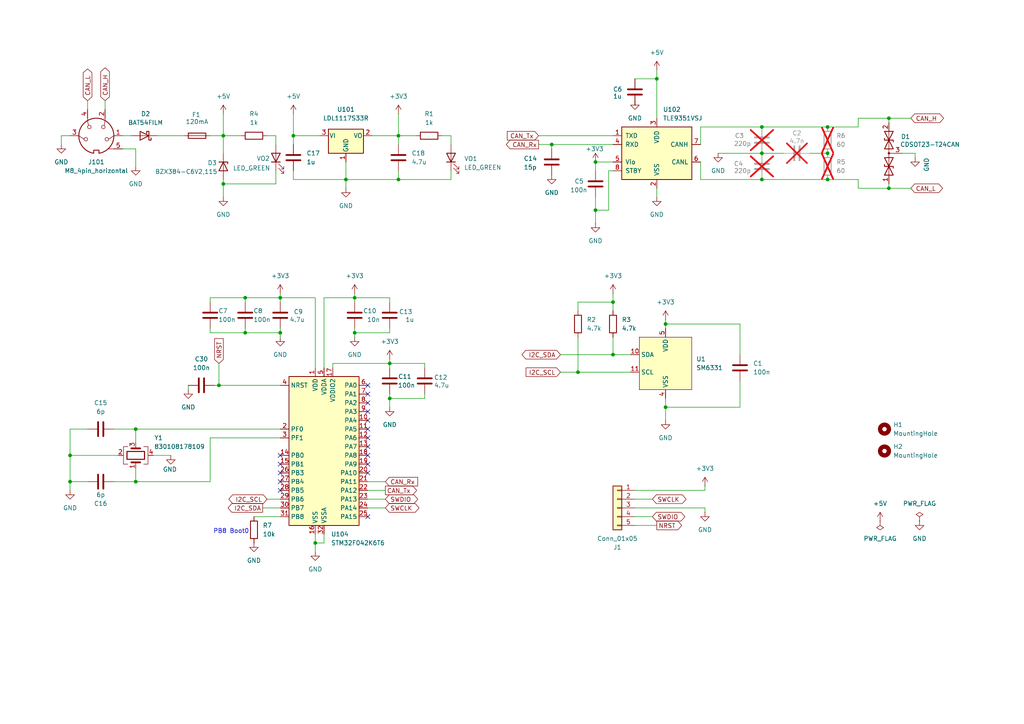
<source format=kicad_sch>
(kicad_sch (version 20231120) (generator "eeschema") (generator_version "8.0")
  (paper "A4")
  (lib_symbols
    (symbol "ASS_parts:SM6331"
      (property "Reference" "U" (at 0 1.27 0))
      (property "Value" "SM6331" (at 0 -1.27 0))
      (symbol "SM6331_0_0"
        (pin no_connect line (at 10.16 0 180) (length 2.54) hide (name "") (number "1"))
        (pin bidirectional line (at -10.16 2.54 0) (length 2.54) (name "SDA") (number "10"))
        (pin input line (at -10.16 -2.54 0) (length 2.54) (name "SCL") (number "11"))
        (pin no_connect line (at 10.16 0 180) (length 2.54) hide (name "") (number "12"))
        (pin no_connect line (at 10.16 0 180) (length 2.54) hide (name "") (number "13"))
        (pin no_connect line (at 10.16 0 180) (length 2.54) hide (name "") (number "14"))
        (pin no_connect line (at 10.16 0 180) (length 2.54) hide (name "") (number "15"))
        (pin no_connect line (at 10.16 0 180) (length 2.54) hide (name "") (number "16"))
        (pin no_connect line (at 10.16 0 180) (length 2.54) hide (name "") (number "2"))
        (pin no_connect line (at 10.16 0 180) (length 2.54) hide (name "") (number "3"))
        (pin power_in line (at 0 -10.16 90) (length 2.54) (name "VSS") (number "4"))
        (pin power_in line (at 0 10.16 270) (length 2.54) (name "VDD") (number "5"))
        (pin no_connect line (at 10.16 0 180) (length 2.54) hide (name "") (number "6"))
        (pin no_connect line (at 10.16 0 180) (length 2.54) hide (name "") (number "7"))
        (pin no_connect line (at 10.16 0 180) (length 2.54) hide (name "") (number "8"))
        (pin no_connect line (at 10.16 0 180) (length 2.54) hide (name "") (number "9"))
      )
      (symbol "SM6331_0_1"
        (rectangle (start -7.62 7.62) (end 7.62 -7.62) (fill (type background)))
      )
    )
    (symbol "Connector_Generic:Conn_01x05" (pin_names (offset 1.016) hide)
      (property "Reference" "J" (at 0 7.62 0))
      (property "Value" "Conn_01x05" (at 0 -7.62 0))
      (symbol "Conn_01x05_1_1"
        (rectangle (start -1.27 -4.953) (end 0 -5.207) (stroke (width 0.1524)))
        (rectangle (start -1.27 -2.413) (end 0 -2.667) (stroke (width 0.1524)))
        (rectangle (start -1.27 0.127) (end 0 -0.127) (stroke (width 0.1524)))
        (rectangle (start -1.27 2.667) (end 0 2.413) (stroke (width 0.1524)))
        (rectangle (start -1.27 5.207) (end 0 4.953) (stroke (width 0.1524)))
        (rectangle (start -1.27 6.35) (end 1.27 -6.35) (stroke (width 0.254)) (fill (type background)))
        (pin passive line (at -5.08 5.08 0) (length 3.81) (name "Pin_1") (number "1"))
        (pin passive line (at -5.08 2.54 0) (length 3.81) (name "Pin_2") (number "2"))
        (pin passive line (at -5.08 0 0) (length 3.81) (name "Pin_3") (number "3"))
        (pin passive line (at -5.08 -2.54 0) (length 3.81) (name "Pin_4") (number "4"))
        (pin passive line (at -5.08 -5.08 0) (length 3.81) (name "Pin_5") (number "5"))
      )
    )
    (symbol "Device:C" (pin_numbers hide) (pin_names (offset 0.254))
      (property "Reference" "C" (at 0.635 2.54 0))
      (property "Value" "C" (at 0.635 -2.54 0))
      (symbol "C_0_1"
        (polyline (pts (xy -2.032 -0.762) (xy 2.032 -0.762)) (stroke (width 0.508)))
        (polyline (pts (xy -2.032 0.762) (xy 2.032 0.762)) (stroke (width 0.508)))
      )
      (symbol "C_1_1"
        (pin passive line (at 0 3.81 270) (length 2.794) (name "~") (number "1"))
        (pin passive line (at 0 -3.81 90) (length 2.794) (name "~") (number "2"))
      )
    )
    (symbol "Device:D_Schottky" (pin_numbers hide) (pin_names (offset 1.016) hide)
      (property "Reference" "D" (at 0 2.54 0))
      (property "Value" "D_Schottky" (at 0 -2.54 0))
      (symbol "D_Schottky_0_1"
        (polyline (pts (xy 1.27 0) (xy -1.27 0)))
        (polyline (pts (xy 1.27 1.27) (xy 1.27 -1.27) (xy -1.27 0) (xy 1.27 1.27)) (stroke (width 0.254)))
        (polyline (pts (xy -1.905 0.635) (xy -1.905 1.27) (xy -1.27 1.27) (xy -1.27 -1.27) (xy -0.635 -1.27) (xy -0.635 -0.635)) (stroke (width 0.254)))
      )
      (symbol "D_Schottky_1_1"
        (pin passive line (at -3.81 0 0) (length 2.54) (name "K") (number "1"))
        (pin passive line (at 3.81 0 180) (length 2.54) (name "A") (number "2"))
      )
    )
    (symbol "Device:D_TVS_Dual_AAC" (pin_names (offset 1.016) hide)
      (property "Reference" "D" (at 0 4.445 0))
      (property "Value" "D_TVS_Dual_AAC" (at 0 2.54 0))
      (symbol "D_TVS_Dual_AAC_0_0"
        (polyline (pts (xy 0 -1.27) (xy 0 0)))
      )
      (symbol "D_TVS_Dual_AAC_0_1"
        (polyline (pts (xy -6.35 0) (xy 6.35 0)))
        (polyline (pts (xy -3.302 1.27) (xy -3.81 1.27) (xy -3.81 -1.27) (xy -4.318 -1.27)) (stroke (width 0.254)))
        (polyline (pts (xy 4.318 1.27) (xy 3.81 1.27) (xy 3.81 -1.27) (xy 3.302 -1.27)) (stroke (width 0.254)))
        (polyline (pts (xy -6.35 1.27) (xy -1.27 -1.27) (xy -1.27 1.27) (xy -6.35 -1.27) (xy -6.35 1.27)) (stroke (width 0.254)))
        (polyline (pts (xy 6.35 1.27) (xy 1.27 -1.27) (xy 1.27 1.27) (xy 6.35 -1.27) (xy 6.35 1.27)) (stroke (width 0.254)))
        (circle (center 0 0) (radius 0.254) (fill (type outline)))
      )
      (symbol "D_TVS_Dual_AAC_1_1"
        (pin passive line (at -8.89 0 0) (length 2.54) (name "A1") (number "1"))
        (pin passive line (at 8.89 0 180) (length 2.54) (name "A2") (number "2"))
        (pin passive line (at 0 -3.81 90) (length 2.54) (name "common") (number "3"))
      )
    )
    (symbol "Device:D_Zener" (pin_numbers hide) (pin_names (offset 1.016) hide)
      (property "Reference" "D" (at 0 2.54 0))
      (property "Value" "D_Zener" (at 0 -2.54 0))
      (symbol "D_Zener_0_1"
        (polyline (pts (xy 1.27 0) (xy -1.27 0)))
        (polyline (pts (xy -1.27 -1.27) (xy -1.27 1.27) (xy -0.762 1.27)) (stroke (width 0.254)))
        (polyline (pts (xy 1.27 -1.27) (xy 1.27 1.27) (xy -1.27 0) (xy 1.27 -1.27)) (stroke (width 0.254)))
      )
      (symbol "D_Zener_1_1"
        (pin passive line (at -3.81 0 0) (length 2.54) (name "K") (number "1"))
        (pin passive line (at 3.81 0 180) (length 2.54) (name "A") (number "2"))
      )
    )
    (symbol "Device:Fuse" (pin_numbers hide) (pin_names (offset 0))
      (property "Reference" "F" (at 2.032 0 90))
      (property "Value" "Fuse" (at -1.905 0 90))
      (symbol "Fuse_0_1"
        (rectangle (start -0.762 -2.54) (end 0.762 2.54) (stroke (width 0.254)))
        (polyline (pts (xy 0 2.54) (xy 0 -2.54)))
      )
      (symbol "Fuse_1_1"
        (pin passive line (at 0 3.81 270) (length 1.27) (name "~") (number "1"))
        (pin passive line (at 0 -3.81 90) (length 1.27) (name "~") (number "2"))
      )
    )
    (symbol "Device:LED" (pin_numbers hide) (pin_names (offset 1.016) hide)
      (property "Reference" "D" (at 0 2.54 0))
      (property "Value" "LED" (at 0 -2.54 0))
      (symbol "LED_0_1"
        (polyline (pts (xy -1.27 -1.27) (xy -1.27 1.27)) (stroke (width 0.254)))
        (polyline (pts (xy -1.27 0) (xy 1.27 0)))
        (polyline (pts (xy 1.27 -1.27) (xy 1.27 1.27) (xy -1.27 0) (xy 1.27 -1.27)) (stroke (width 0.254)))
        (polyline (pts (xy -3.048 -0.762) (xy -4.572 -2.286) (xy -3.81 -2.286) (xy -4.572 -2.286) (xy -4.572 -1.524)))
        (polyline (pts (xy -1.778 -0.762) (xy -3.302 -2.286) (xy -2.54 -2.286) (xy -3.302 -2.286) (xy -3.302 -1.524)))
      )
      (symbol "LED_1_1"
        (pin passive line (at -3.81 0 0) (length 2.54) (name "K") (number "1"))
        (pin passive line (at 3.81 0 180) (length 2.54) (name "A") (number "2"))
      )
    )
    (symbol "Device:R" (pin_numbers hide) (pin_names (offset 0))
      (property "Reference" "R" (at 2.032 0 90))
      (property "Value" "R" (at 0 0 90))
      (symbol "R_0_1"
        (rectangle (start -1.016 -2.54) (end 1.016 2.54) (stroke (width 0.254)))
      )
      (symbol "R_1_1"
        (pin passive line (at 0 3.81 270) (length 1.27) (name "~") (number "1"))
        (pin passive line (at 0 -3.81 90) (length 1.27) (name "~") (number "2"))
      )
    )
    (symbol "FaSTTUBe_Crystals:830108178109" (pin_names (offset 1.016) hide)
      (property "Reference" "Y" (at 3.175 5.08 0))
      (property "Value" "830108178109" (at 3.175 3.175 0))
      (symbol "830108178109_0_1"
        (rectangle (start -1.143 2.54) (end 1.143 -2.54) (stroke (width 0.3048)))
        (polyline (pts (xy -2.54 0) (xy -2.032 0)))
        (polyline (pts (xy -2.032 -1.27) (xy -2.032 1.27)) (stroke (width 0.508)))
        (polyline (pts (xy 0 -3.81) (xy 0 -3.556)))
        (polyline (pts (xy 0 3.556) (xy 0 3.81)))
        (polyline (pts (xy 2.032 -1.27) (xy 2.032 1.27)) (stroke (width 0.508)))
        (polyline (pts (xy 2.032 0) (xy 2.54 0)))
        (polyline (pts (xy -2.54 -2.286) (xy -2.54 -3.556) (xy 2.54 -3.556) (xy 2.54 -2.286)))
        (polyline (pts (xy -2.54 2.286) (xy -2.54 3.556) (xy 2.54 3.556) (xy 2.54 2.286)))
      )
      (symbol "830108178109_1_1"
        (pin passive line (at -3.81 0 0) (length 1.27) (name "1") (number "1"))
        (pin passive line (at 0 5.08 270) (length 1.27) (name "2") (number "2"))
        (pin passive line (at 3.81 0 180) (length 1.27) (name "3") (number "3"))
        (pin passive line (at 0 -5.08 90) (length 1.27) (name "4") (number "4"))
      )
    )
    (symbol "FaSTTUBe_Transceivers:TLE9351VSJ" (pin_names (offset 1.016))
      (property "Reference" "U" (at -10.16 8.89 0))
      (property "Value" "TLE9351VSJ" (at 2.54 8.89 0))
      (symbol "TLE9351VSJ_0_1"
        (rectangle (start -10.16 7.62) (end 10.16 -7.62) (stroke (width 0.254)) (fill (type background)))
      )
      (symbol "TLE9351VSJ_1_1"
        (pin input line (at -12.7 5.08 0) (length 2.54) (name "TXD") (number "1"))
        (pin power_in line (at 0 -10.16 90) (length 2.54) (name "VSS") (number "2"))
        (pin power_in line (at 0 10.16 270) (length 2.54) (name "VDD") (number "3"))
        (pin output line (at -12.7 2.54 0) (length 2.54) (name "RXD") (number "4"))
        (pin power_in line (at -12.7 -2.54 0) (length 2.54) (name "Vio") (number "5"))
        (pin bidirectional line (at 12.7 -2.54 180) (length 2.54) (name "CANL") (number "6"))
        (pin bidirectional line (at 12.7 2.54 180) (length 2.54) (name "CANH") (number "7"))
        (pin input line (at -12.7 -5.08 0) (length 2.54) (name "STBY") (number "8"))
      )
    )
    (symbol "FaSTTUBe_connectors:M8_4pin_horizontal" (pin_names (offset 1.016))
      (property "Reference" "J" (at 5.334 5.08 0))
      (property "Value" "M8_4pin_horizontal" (at 0 -6.35 0))
      (symbol "M8_4pin_horizontal_0_1"
        (arc (start -5.08 0) (mid -3.8597 -3.3379) (end -0.762 -5.08) (stroke (width 0.254)))
        (circle (center -3.048 -1.016) (radius 0.508))
        (circle (center -2.032 2.54) (radius 0.508))
        (polyline (pts (xy -3.556 -1.016) (xy -5.08 0)))
        (polyline (pts (xy 3.81 -3.81) (xy 3.556 -3.81)))
        (polyline (pts (xy 5.08 -3.81) (xy 3.81 -3.81)))
        (polyline (pts (xy 5.08 0) (xy 3.556 -1.016)))
        (polyline (pts (xy -2.54 5.08) (xy -2.54 4.318) (xy -2.286 3.048)))
        (polyline (pts (xy 2.54 5.08) (xy 2.54 4.318) (xy 2.286 3.048)))
        (polyline (pts (xy -0.762 -4.953) (xy -0.762 -4.191) (xy 0.762 -4.191) (xy 0.762 -4.953)) (stroke (width 0.254)))
        (arc (start 0.762 -5.08) (mid 3.8673 -3.3444) (end 5.08 0) (stroke (width 0.254)))
        (circle (center 2.032 2.54) (radius 0.508))
        (circle (center 3.048 -1.016) (radius 0.508))
        (arc (start 5.08 0) (mid 0 5.0579) (end -5.08 0) (stroke (width 0.254)))
      )
      (symbol "M8_4pin_horizontal_1_1"
        (pin passive line (at 7.62 0 180) (length 2.54) (name "~") (number "1"))
        (pin passive line (at 2.54 7.62 270) (length 2.54) (name "~") (number "2"))
        (pin passive line (at -7.62 0 0) (length 2.54) (name "~") (number "3"))
        (pin passive line (at -2.54 7.62 270) (length 2.54) (name "~") (number "4"))
        (pin passive line (at 7.62 -3.81 180) (length 2.54) (name "~") (number "5"))
      )
    )
    (symbol "GND_1" (power) (pin_numbers hide) (pin_names (offset 0) hide)
      (property "Value" "GND" (at 0 -3.81 0))
      (symbol "GND_1_0_1"
        (polyline (pts (xy 0 0) (xy 0 -1.27) (xy 1.27 -1.27) (xy 0 -2.54) (xy -1.27 -1.27) (xy 0 -1.27)))
      )
      (symbol "GND_1_1_1"
        (pin power_in line (at 0 0 270) (length 0) (name "~") (number "1"))
      )
    )
    (symbol "MCU_ST_STM32F0:STM32F042K6Tx"
      (property "Reference" "U" (at -10.16 21.59 0))
      (property "Value" "STM32F042K6Tx" (at 5.08 21.59 0))
      (symbol "STM32F042K6Tx_0_1"
        (rectangle (start -10.16 -22.86) (end 10.16 20.32) (stroke (width 0.254)) (fill (type background)))
      )
      (symbol "STM32F042K6Tx_1_1"
        (pin power_in line (at -2.54 22.86 270) (length 2.54) (name "VDD") (number "1"))
        (pin bidirectional line (at 12.7 7.62 180) (length 2.54) (name "PA4") (number "10"))
        (pin bidirectional line (at 12.7 5.08 180) (length 2.54) (name "PA5") (number "11"))
        (pin bidirectional line (at 12.7 2.54 180) (length 2.54) (name "PA6") (number "12"))
        (pin bidirectional line (at 12.7 0 180) (length 2.54) (name "PA7") (number "13"))
        (pin bidirectional line (at -12.7 -2.54 0) (length 2.54) (name "PB0") (number "14"))
        (pin bidirectional line (at -12.7 -5.08 0) (length 2.54) (name "PB1") (number "15"))
        (pin power_in line (at -2.54 -25.4 90) (length 2.54) (name "VSS") (number "16"))
        (pin power_in line (at 2.54 22.86 270) (length 2.54) (name "VDDIO2") (number "17"))
        (pin bidirectional line (at 12.7 -2.54 180) (length 2.54) (name "PA8") (number "18"))
        (pin bidirectional line (at 12.7 -5.08 180) (length 2.54) (name "PA9") (number "19"))
        (pin input line (at -12.7 5.08 0) (length 2.54) (name "PF0") (number "2"))
        (pin bidirectional line (at 12.7 -7.62 180) (length 2.54) (name "PA10") (number "20"))
        (pin bidirectional line (at 12.7 -10.16 180) (length 2.54) (name "PA11") (number "21"))
        (pin bidirectional line (at 12.7 -12.7 180) (length 2.54) (name "PA12") (number "22"))
        (pin bidirectional line (at 12.7 -15.24 180) (length 2.54) (name "PA13") (number "23"))
        (pin bidirectional line (at 12.7 -17.78 180) (length 2.54) (name "PA14") (number "24"))
        (pin bidirectional line (at 12.7 -20.32 180) (length 2.54) (name "PA15") (number "25"))
        (pin bidirectional line (at -12.7 -7.62 0) (length 2.54) (name "PB3") (number "26"))
        (pin bidirectional line (at -12.7 -10.16 0) (length 2.54) (name "PB4") (number "27"))
        (pin bidirectional line (at -12.7 -12.7 0) (length 2.54) (name "PB5") (number "28"))
        (pin bidirectional line (at -12.7 -15.24 0) (length 2.54) (name "PB6") (number "29"))
        (pin input line (at -12.7 2.54 0) (length 2.54) (name "PF1") (number "3"))
        (pin bidirectional line (at -12.7 -17.78 0) (length 2.54) (name "PB7") (number "30"))
        (pin bidirectional line (at -12.7 -20.32 0) (length 2.54) (name "PB8") (number "31"))
        (pin power_in line (at 0 -25.4 90) (length 2.54) (name "VSSA") (number "32"))
        (pin input line (at -12.7 17.78 0) (length 2.54) (name "NRST") (number "4"))
        (pin power_in line (at 0 22.86 270) (length 2.54) (name "VDDA") (number "5"))
        (pin bidirectional line (at 12.7 17.78 180) (length 2.54) (name "PA0") (number "6"))
        (pin bidirectional line (at 12.7 15.24 180) (length 2.54) (name "PA1") (number "7"))
        (pin bidirectional line (at 12.7 12.7 180) (length 2.54) (name "PA2") (number "8"))
        (pin bidirectional line (at 12.7 10.16 180) (length 2.54) (name "PA3") (number "9"))
      )
    )
    (symbol "Mechanical:MountingHole" (pin_names (offset 1.016)) (exclude_from_sim yes) (in_bom no)
      (property "Reference" "H" (at 0 5.08 0))
      (property "Value" "MountingHole" (at 0 3.175 0))
      (symbol "MountingHole_0_1"
        (circle (center 0 0) (radius 1.27) (stroke (width 1.27)))
      )
    )
    (symbol "Regulator_Linear:AP1117-33" (pin_names (offset 0.254))
      (property "Reference" "U" (at -3.81 3.175 0))
      (property "Value" "AP1117-33" (at 0 3.175 0))
      (symbol "AP1117-33_0_1"
        (rectangle (start -5.08 -5.08) (end 5.08 1.905) (stroke (width 0.254)) (fill (type background)))
      )
      (symbol "AP1117-33_1_1"
        (pin power_in line (at 0 -7.62 90) (length 2.54) (name "GND") (number "1"))
        (pin power_out line (at 7.62 0 180) (length 2.54) (name "VO") (number "2"))
        (pin power_in line (at -7.62 0 0) (length 2.54) (name "VI") (number "3"))
      )
    )
    (symbol "power:+3V3" (power) (pin_numbers hide) (pin_names (offset 0) hide)
      (property "Value" "+3V3" (at 0 3.556 0))
      (symbol "+3V3_0_1"
        (polyline (pts (xy -0.762 1.27) (xy 0 2.54)))
        (polyline (pts (xy 0 0) (xy 0 2.54)))
        (polyline (pts (xy 0 2.54) (xy 0.762 1.27)))
      )
      (symbol "+3V3_1_1"
        (pin power_in line (at 0 0 90) (length 0) (name "~") (number "1"))
      )
    )
    (symbol "power:+5V" (power) (pin_numbers hide) (pin_names (offset 0) hide)
      (property "Value" "+5V" (at 0 3.556 0))
      (symbol "+5V_0_1"
        (polyline (pts (xy -0.762 1.27) (xy 0 2.54)))
        (polyline (pts (xy 0 0) (xy 0 2.54)))
        (polyline (pts (xy 0 2.54) (xy 0.762 1.27)))
      )
      (symbol "+5V_1_1"
        (pin power_in line (at 0 0 90) (length 0) (name "~") (number "1"))
      )
    )
    (symbol "power:GND" (power) (pin_names (offset 0))
      (property "Value" "GND" (at 0 -3.81 0))
      (symbol "GND_0_1"
        (polyline (pts (xy 0 0) (xy 0 -1.27) (xy 1.27 -1.27) (xy 0 -2.54) (xy -1.27 -1.27) (xy 0 -1.27)))
      )
      (symbol "GND_1_1"
        (pin power_in line (at 0 0 270) (length 0) hide (name "GND") (number "1"))
      )
    )
    (symbol "power:PWR_FLAG" (power) (pin_numbers hide) (pin_names (offset 0) hide)
      (property "Value" "PWR_FLAG" (at 0 3.81 0))
      (symbol "PWR_FLAG_0_0"
        (pin power_out line (at 0 0 90) (length 0) (name "~") (number "1"))
      )
      (symbol "PWR_FLAG_0_1"
        (polyline (pts (xy 0 0) (xy 0 1.27) (xy -1.016 1.905) (xy 0 2.54) (xy 1.016 1.905) (xy 0 1.27)))
      )
    )
  )
  (junction (at 115.57 52.07))
  (junction (at 240.03 44.45))
  (junction (at 220.98 36.83))
  (junction (at 257.81 54.61))
  (junction (at 167.64 107.95))
  (junction (at 113.03 115.57))
  (junction (at 102.87 86.36))
  (junction (at 20.32 139.7))
  (junction (at 71.12 86.36))
  (junction (at 172.72 46.99))
  (junction (at 257.81 34.29))
  (junction (at 177.8 87.63))
  (junction (at 81.28 86.36))
  (junction (at 71.12 96.52))
  (junction (at 63.5 111.76))
  (junction (at 102.87 96.52))
  (junction (at 172.72 60.96))
  (junction (at 85.09 39.37))
  (junction (at 160.02 41.91))
  (junction (at 115.57 39.37))
  (junction (at 113.03 105.41))
  (junction (at 193.04 118.11))
  (junction (at 20.32 132.08))
  (junction (at 64.77 39.37))
  (junction (at 39.37 139.7))
  (junction (at 81.28 96.52))
  (junction (at 240.03 52.07))
  (junction (at 100.33 52.07))
  (junction (at 193.04 93.98))
  (junction (at 177.8 102.87))
  (junction (at 190.5 22.86))
  (junction (at 220.98 52.07))
  (junction (at 220.98 44.45))
  (junction (at 91.44 157.48))
  (junction (at 39.37 124.46))
  (junction (at 64.77 53.34))
  (junction (at 240.03 36.83))
  (no_connect (at 106.68 132.08))
  (no_connect (at 106.68 149.86))
  (no_connect (at 106.68 134.62))
  (no_connect (at 106.68 137.16))
  (no_connect (at 106.68 111.76))
  (no_connect (at 106.68 114.3))
  (no_connect (at 106.68 116.84))
  (no_connect (at 106.68 119.38))
  (no_connect (at 106.68 121.92))
  (no_connect (at 106.68 124.46))
  (no_connect (at 106.68 127))
  (no_connect (at 106.68 129.54))
  (no_connect (at 81.28 132.08))
  (no_connect (at 81.28 134.62))
  (no_connect (at 81.28 137.16))
  (no_connect (at 81.28 139.7))
  (no_connect (at 81.28 142.24))
  (wire (pts (xy 107.95 39.37) (xy 115.57 39.37)))
  (wire (pts (xy 167.64 90.17) (xy 167.64 87.63)))
  (wire (pts (xy 102.87 86.36) (xy 113.03 86.36)))
  (wire (pts (xy 33.02 124.46) (xy 39.37 124.46)))
  (wire (pts (xy 100.33 52.07) (xy 115.57 52.07)))
  (wire (pts (xy 96.52 105.41) (xy 96.52 106.68)))
  (wire (pts (xy 64.77 39.37) (xy 64.77 44.45)))
  (wire (pts (xy 184.15 22.86) (xy 190.5 22.86)))
  (wire (pts (xy 106.68 144.78) (xy 111.76 144.78)))
  (wire (pts (xy 203.2 36.83) (xy 203.2 41.91)))
  (wire (pts (xy 60.96 86.36) (xy 71.12 86.36)))
  (wire (pts (xy 102.87 85.09) (xy 102.87 86.36)))
  (wire (pts (xy 64.77 53.34) (xy 64.77 52.07)))
  (wire (pts (xy 39.37 124.46) (xy 39.37 128.27)))
  (wire (pts (xy 172.72 46.99) (xy 177.8 46.99)))
  (wire (pts (xy 162.56 107.95) (xy 167.64 107.95)))
  (wire (pts (xy 257.81 53.34) (xy 257.81 54.61)))
  (wire (pts (xy 25.4 29.21) (xy 25.4 31.75)))
  (wire (pts (xy 208.28 44.45) (xy 220.98 44.45)))
  (wire (pts (xy 33.02 139.7) (xy 39.37 139.7)))
  (wire (pts (xy 76.2 147.32) (xy 81.28 147.32)))
  (wire (pts (xy 106.68 142.24) (xy 111.76 142.24)))
  (wire (pts (xy 20.32 132.08) (xy 34.29 132.08)))
  (wire (pts (xy 91.44 157.48) (xy 91.44 160.02)))
  (wire (pts (xy 257.81 34.29) (xy 264.16 34.29)))
  (wire (pts (xy 265.43 45.72) (xy 265.43 44.45)))
  (wire (pts (xy 167.64 87.63) (xy 177.8 87.63)))
  (wire (pts (xy 123.19 105.41) (xy 123.19 106.68)))
  (wire (pts (xy 265.43 44.45) (xy 261.62 44.45)))
  (wire (pts (xy 81.28 86.36) (xy 91.44 86.36)))
  (wire (pts (xy 204.47 147.32) (xy 204.47 148.59)))
  (wire (pts (xy 71.12 86.36) (xy 71.12 87.63)))
  (wire (pts (xy 102.87 97.79) (xy 102.87 96.52)))
  (wire (pts (xy 81.28 86.36) (xy 81.28 87.63)))
  (wire (pts (xy 102.87 86.36) (xy 102.87 87.63)))
  (wire (pts (xy 240.03 36.83) (xy 248.92 36.83)))
  (wire (pts (xy 91.44 86.36) (xy 91.44 106.68)))
  (wire (pts (xy 128.27 39.37) (xy 130.81 39.37)))
  (wire (pts (xy 85.09 52.07) (xy 100.33 52.07)))
  (wire (pts (xy 184.15 149.86) (xy 189.23 149.86)))
  (wire (pts (xy 39.37 124.46) (xy 81.28 124.46)))
  (wire (pts (xy 60.96 127) (xy 60.96 139.7)))
  (wire (pts (xy 172.72 49.53) (xy 172.72 46.99)))
  (wire (pts (xy 85.09 49.53) (xy 85.09 52.07)))
  (wire (pts (xy 248.92 34.29) (xy 257.81 34.29)))
  (wire (pts (xy 113.03 96.52) (xy 113.03 95.25)))
  (wire (pts (xy 25.4 124.46) (xy 20.32 124.46)))
  (wire (pts (xy 234.95 44.45) (xy 240.03 44.45)))
  (wire (pts (xy 203.2 36.83) (xy 220.98 36.83)))
  (wire (pts (xy 85.09 39.37) (xy 85.09 41.91)))
  (wire (pts (xy 115.57 52.07) (xy 130.81 52.07)))
  (wire (pts (xy 184.15 147.32) (xy 204.47 147.32)))
  (wire (pts (xy 123.19 115.57) (xy 123.19 114.3)))
  (wire (pts (xy 220.98 52.07) (xy 240.03 52.07)))
  (wire (pts (xy 177.8 87.63) (xy 177.8 90.17)))
  (wire (pts (xy 20.32 132.08) (xy 20.32 139.7)))
  (wire (pts (xy 77.47 144.78) (xy 81.28 144.78)))
  (wire (pts (xy 113.03 105.41) (xy 113.03 106.68)))
  (wire (pts (xy 184.15 142.24) (xy 204.47 142.24)))
  (wire (pts (xy 106.68 147.32) (xy 111.76 147.32)))
  (wire (pts (xy 115.57 39.37) (xy 120.65 39.37)))
  (wire (pts (xy 184.15 152.4) (xy 190.5 152.4)))
  (wire (pts (xy 91.44 154.94) (xy 91.44 157.48)))
  (wire (pts (xy 193.04 92.71) (xy 193.04 93.98)))
  (wire (pts (xy 130.81 52.07) (xy 130.81 49.53)))
  (wire (pts (xy 64.77 57.15) (xy 64.77 53.34)))
  (wire (pts (xy 115.57 52.07) (xy 115.57 49.53)))
  (wire (pts (xy 64.77 53.34) (xy 80.01 53.34)))
  (wire (pts (xy 176.53 49.53) (xy 176.53 60.96)))
  (wire (pts (xy 73.66 149.86) (xy 81.28 149.86)))
  (wire (pts (xy 172.72 60.96) (xy 176.53 60.96)))
  (wire (pts (xy 248.92 54.61) (xy 248.92 52.07)))
  (wire (pts (xy 60.96 96.52) (xy 71.12 96.52)))
  (wire (pts (xy 39.37 139.7) (xy 60.96 139.7)))
  (wire (pts (xy 257.81 34.29) (xy 257.81 35.56)))
  (wire (pts (xy 184.15 29.21) (xy 184.15 30.48)))
  (wire (pts (xy 177.8 97.79) (xy 177.8 102.87)))
  (wire (pts (xy 113.03 115.57) (xy 113.03 114.3)))
  (wire (pts (xy 160.02 43.18) (xy 160.02 41.91)))
  (wire (pts (xy 156.21 41.91) (xy 160.02 41.91)))
  (wire (pts (xy 91.44 157.48) (xy 93.98 157.48)))
  (wire (pts (xy 214.63 93.98) (xy 193.04 93.98)))
  (wire (pts (xy 240.03 52.07) (xy 248.92 52.07)))
  (wire (pts (xy 203.2 46.99) (xy 203.2 52.07)))
  (wire (pts (xy 190.5 54.61) (xy 190.5 57.15)))
  (wire (pts (xy 214.63 93.98) (xy 214.63 102.87)))
  (wire (pts (xy 60.96 86.36) (xy 60.96 87.63)))
  (wire (pts (xy 190.5 20.32) (xy 190.5 22.86)))
  (wire (pts (xy 30.48 29.21) (xy 30.48 31.75)))
  (wire (pts (xy 85.09 39.37) (xy 92.71 39.37)))
  (wire (pts (xy 193.04 118.11) (xy 214.63 118.11)))
  (wire (pts (xy 60.96 96.52) (xy 60.96 95.25)))
  (wire (pts (xy 20.32 139.7) (xy 20.32 142.24)))
  (wire (pts (xy 113.03 118.11) (xy 113.03 115.57)))
  (wire (pts (xy 162.56 102.87) (xy 177.8 102.87)))
  (wire (pts (xy 20.32 124.46) (xy 20.32 132.08)))
  (wire (pts (xy 60.96 39.37) (xy 64.77 39.37)))
  (wire (pts (xy 130.81 39.37) (xy 130.81 41.91)))
  (wire (pts (xy 115.57 41.91) (xy 115.57 39.37)))
  (wire (pts (xy 71.12 86.36) (xy 81.28 86.36)))
  (wire (pts (xy 106.68 139.7) (xy 111.76 139.7)))
  (wire (pts (xy 172.72 57.15) (xy 172.72 60.96)))
  (wire (pts (xy 184.15 144.78) (xy 189.23 144.78)))
  (wire (pts (xy 113.03 86.36) (xy 113.03 87.63)))
  (wire (pts (xy 190.5 22.86) (xy 190.5 34.29)))
  (wire (pts (xy 71.12 96.52) (xy 81.28 96.52)))
  (wire (pts (xy 214.63 118.11) (xy 214.63 110.49)))
  (wire (pts (xy 257.81 54.61) (xy 264.16 54.61)))
  (wire (pts (xy 81.28 85.09) (xy 81.28 86.36)))
  (wire (pts (xy 156.21 39.37) (xy 177.8 39.37)))
  (wire (pts (xy 39.37 135.89) (xy 39.37 139.7)))
  (wire (pts (xy 177.8 102.87) (xy 182.88 102.87)))
  (wire (pts (xy 177.8 85.09) (xy 177.8 87.63)))
  (wire (pts (xy 17.78 39.37) (xy 20.32 39.37)))
  (wire (pts (xy 220.98 44.45) (xy 227.33 44.45)))
  (wire (pts (xy 54.61 111.76) (xy 54.61 113.03)))
  (wire (pts (xy 35.56 39.37) (xy 38.1 39.37)))
  (wire (pts (xy 203.2 52.07) (xy 220.98 52.07)))
  (wire (pts (xy 176.53 49.53) (xy 177.8 49.53)))
  (wire (pts (xy 60.96 127) (xy 81.28 127)))
  (wire (pts (xy 167.64 107.95) (xy 167.64 97.79)))
  (wire (pts (xy 96.52 105.41) (xy 113.03 105.41)))
  (wire (pts (xy 63.5 105.41) (xy 63.5 111.76)))
  (wire (pts (xy 193.04 115.57) (xy 193.04 118.11)))
  (wire (pts (xy 63.5 111.76) (xy 81.28 111.76)))
  (wire (pts (xy 80.01 39.37) (xy 80.01 41.91)))
  (wire (pts (xy 64.77 39.37) (xy 69.85 39.37)))
  (wire (pts (xy 248.92 34.29) (xy 248.92 36.83)))
  (wire (pts (xy 115.57 33.02) (xy 115.57 39.37)))
  (wire (pts (xy 71.12 96.52) (xy 71.12 95.25)))
  (wire (pts (xy 77.47 39.37) (xy 80.01 39.37)))
  (wire (pts (xy 17.78 41.91) (xy 17.78 39.37)))
  (wire (pts (xy 113.03 105.41) (xy 123.19 105.41)))
  (wire (pts (xy 39.37 48.26) (xy 39.37 43.18)))
  (wire (pts (xy 85.09 33.02) (xy 85.09 39.37)))
  (wire (pts (xy 93.98 157.48) (xy 93.98 154.94)))
  (wire (pts (xy 45.72 39.37) (xy 53.34 39.37)))
  (wire (pts (xy 102.87 96.52) (xy 113.03 96.52)))
  (wire (pts (xy 81.28 97.79) (xy 81.28 96.52)))
  (wire (pts (xy 113.03 104.14) (xy 113.03 105.41)))
  (wire (pts (xy 93.98 86.36) (xy 102.87 86.36)))
  (wire (pts (xy 193.04 93.98) (xy 193.04 95.25)))
  (wire (pts (xy 102.87 96.52) (xy 102.87 95.25)))
  (wire (pts (xy 44.45 132.08) (xy 49.53 132.08)))
  (wire (pts (xy 113.03 115.57) (xy 123.19 115.57)))
  (wire (pts (xy 204.47 142.24) (xy 204.47 140.97)))
  (wire (pts (xy 248.92 54.61) (xy 257.81 54.61)))
  (wire (pts (xy 182.88 107.95) (xy 167.64 107.95)))
  (wire (pts (xy 100.33 46.99) (xy 100.33 52.07)))
  (wire (pts (xy 64.77 33.02) (xy 64.77 39.37)))
  (wire (pts (xy 39.37 43.18) (xy 35.56 43.18)))
  (wire (pts (xy 100.33 52.07) (xy 100.33 54.61)))
  (wire (pts (xy 81.28 96.52) (xy 81.28 95.25)))
  (wire (pts (xy 193.04 118.11) (xy 193.04 121.92)))
  (wire (pts (xy 220.98 36.83) (xy 240.03 36.83)))
  (wire (pts (xy 93.98 86.36) (xy 93.98 106.68)))
  (wire (pts (xy 172.72 60.96) (xy 172.72 64.77)))
  (wire (pts (xy 20.32 139.7) (xy 25.4 139.7)))
  (wire (pts (xy 160.02 41.91) (xy 177.8 41.91)))
  (wire (pts (xy 62.23 111.76) (xy 63.5 111.76)))
  (wire (pts (xy 80.01 53.34) (xy 80.01 49.53)))
  (text "PB8 Boot0" (at 67.056 154.178 0) (effects (font (size 1.27 1.27))))
  (global_label "CAN_Rx" (shape output) (at 156.21 41.91 180) (property "Intersheetrefs" "${INTERSHEET_REFS}" (effects (hide yes))))
  (global_label "SWCLK" (shape bidirectional) (at 189.23 144.78 0) (property "Intersheetrefs" "${INTERSHEET_REFS}" (effects (hide yes))))
  (global_label "NRST" (shape input) (at 63.5 105.41 90) (property "Intersheetrefs" "${INTERSHEET_REFS}" (effects (hide yes))))
  (global_label "SWDIO" (shape bidirectional) (at 111.76 144.78 0) (property "Intersheetrefs" "${INTERSHEET_REFS}" (effects (hide yes))))
  (global_label "CAN_L" (shape bidirectional) (at 264.16 54.61 0) (property "Intersheetrefs" "${INTERSHEET_REFS}" (effects (hide yes))))
  (global_label "NRST" (shape output) (at 190.5 152.4 0) (property "Intersheetrefs" "${INTERSHEET_REFS}" (effects (hide yes))))
  (global_label "CAN_Tx" (shape input) (at 156.21 39.37 180) (property "Intersheetrefs" "${INTERSHEET_REFS}" (effects (hide yes))))
  (global_label "SWCLK" (shape bidirectional) (at 111.76 147.32 0) (property "Intersheetrefs" "${INTERSHEET_REFS}" (effects (hide yes))))
  (global_label "SWDIO" (shape bidirectional) (at 189.23 149.86 0) (property "Intersheetrefs" "${INTERSHEET_REFS}" (effects (hide yes))))
  (global_label "CAN_H" (shape bidirectional) (at 30.48 29.21 90) (property "Intersheetrefs" "${INTERSHEET_REFS}" (effects (hide yes))))
  (global_label "I2C_SCL" (shape bidirectional) (at 77.47 144.78 180) (property "Intersheetrefs" "${INTERSHEET_REFS}" (effects (hide yes))))
  (global_label "CAN_Tx" (shape output) (at 111.76 142.24 0) (property "Intersheetrefs" "${INTERSHEET_REFS}" (effects (hide yes))))
  (global_label "CAN_L" (shape bidirectional) (at 25.4 29.21 90) (property "Intersheetrefs" "${INTERSHEET_REFS}" (effects (hide yes))))
  (global_label "I2C_SDA" (shape output) (at 76.2 147.32 180) (property "Intersheetrefs" "${INTERSHEET_REFS}" (effects (hide yes))))
  (global_label "CAN_H" (shape bidirectional) (at 264.16 34.29 0) (property "Intersheetrefs" "${INTERSHEET_REFS}" (effects (hide yes))))
  (global_label "CAN_Rx" (shape input) (at 111.76 139.7 0) (property "Intersheetrefs" "${INTERSHEET_REFS}" (effects (hide yes))))
  (global_label "I2C_SDA" (shape bidirectional) (at 162.56 102.87 180) (property "Intersheetrefs" "${INTERSHEET_REFS}" (effects (hide yes))))
  (global_label "I2C_SCL" (shape input) (at 162.56 107.95 180) (property "Intersheetrefs" "${INTERSHEET_REFS}" (effects (hide yes))))
  (symbol (lib_id "Device:C") (at 220.98 48.26 180) (unit 1) (dnp yes)
    (property "Reference" "C4" (at 212.852 47.498 0) (effects (justify right)))
    (property "Value" "220p" (at 212.852 49.53 0) (effects (justify right)))
    (property "Footprint" "Capacitor_SMD:C_0603_1608Metric" (effects (hide yes)))
  )
  (symbol (lib_id "Device:C") (at 85.09 45.72 0) (unit 1)
    (property "Reference" "C17" (at 88.9 44.4499 0) (effects (justify left)))
    (property "Value" "1u" (at 88.9 46.9899 0) (effects (justify left)))
    (property "Footprint" "Capacitor_SMD:C_0603_1608Metric" (effects (hide yes)))
  )
  (symbol (lib_id "Mechanical:MountingHole") (at 256.54 124.46 0) (unit 1) (exclude_from_sim yes) (in_bom no)
    (property "Reference" "H1" (at 259.08 123.1899 0) (effects (justify left)))
    (property "Value" "MountingHole" (at 259.08 125.7299 0) (effects (justify left)))
    (property "Footprint" "MountingHole:MountingHole_3.2mm_M3" (effects (hide yes)))
    (property "Description" "Mounting Hole without connection" (effects (hide yes)))
  )
  (symbol (lib_name "GND_1") (lib_id "power:GND") (at 102.87 97.79 0) (unit 1)
    (property "Reference" "#PWR04" (effects (hide yes)))
    (property "Value" "GND" (at 102.87 102.87 0))
    (property "Description" "Power symbol creates a global label with name \"GND\" , ground" (effects (hide yes)))
  )
  (symbol (lib_id "Device:C") (at 29.21 139.7 270) (unit 1)
    (property "Reference" "C16" (at 29.21 146.05 90))
    (property "Value" "6p" (at 29.21 143.51 90))
    (property "Footprint" "Capacitor_SMD:C_0603_1608Metric" (effects (hide yes)))
    (property "LCSC" "C1549" (effects (hide yes)))
  )
  (symbol (lib_id "Device:R") (at 124.46 39.37 90) (unit 1)
    (property "Reference" "R1" (at 124.46 33.02 90))
    (property "Value" "1k" (at 124.46 35.56 90))
    (property "Footprint" "Resistor_SMD:R_0603_1608Metric" (effects (hide yes)))
  )
  (symbol (lib_id "power:GND") (at 17.78 41.91 0) (unit 1)
    (property "Reference" "#PWR0105" (effects (hide yes)))
    (property "Value" "GND" (at 17.78 46.99 0))
  )
  (symbol (lib_name "GND_1") (lib_id "power:GND") (at 39.37 48.26 0) (unit 1)
    (property "Reference" "#PWR028" (effects (hide yes)))
    (property "Value" "GND" (at 39.37 53.34 0))
    (property "Description" "Power symbol creates a global label with name \"GND\" , ground" (effects (hide yes)))
  )
  (symbol (lib_id "Device:C") (at 172.72 53.34 0) (unit 1)
    (property "Reference" "C5" (at 166.624 52.578 0) (effects (justify left)))
    (property "Value" "100n" (at 165.354 55.118 0) (effects (justify left)))
    (property "Footprint" "Capacitor_SMD:C_0603_1608Metric" (effects (hide yes)))
  )
  (symbol (lib_id "FaSTTUBe_connectors:M8_4pin_horizontal") (at 27.94 39.37 0) (unit 1)
    (property "Reference" "J101" (at 27.9401 46.99 0))
    (property "Value" "M8_4pin_horizontal" (at 27.9401 49.53 0))
    (property "Footprint" "FaSTTUBe_connectors:M8_718_4pin_horizontal" (effects (hide yes)))
    (property "Datasheet" "https://www.binder-connector.com/de/produkte/automatisierungstechnik/m-8-sensorsteckverbinder/flanschdose-gewinkelt-von-vorn-verschraubbar-mit-schirmblech-tauchloeten#866618112100004" (effects (hide yes)))
  )
  (symbol (lib_id "Device:C") (at 231.14 44.45 90) (unit 1) (dnp yes)
    (property "Reference" "C2" (at 231.14 38.608 90))
    (property "Value" "4.7n" (at 231.14 40.894 90))
    (property "Footprint" "Capacitor_SMD:C_0603_1608Metric" (effects (hide yes)))
  )
  (symbol (lib_id "Mechanical:MountingHole") (at 256.54 130.81 0) (unit 1) (exclude_from_sim yes) (in_bom no)
    (property "Reference" "H2" (at 259.08 129.5399 0) (effects (justify left)))
    (property "Value" "MountingHole" (at 259.08 132.0799 0) (effects (justify left)))
    (property "Footprint" "MountingHole:MountingHole_3.2mm_M3" (effects (hide yes)))
    (property "Description" "Mounting Hole without connection" (effects (hide yes)))
  )
  (symbol (lib_id "ASS_parts:SM6331") (at 193.04 105.41 0) (unit 1)
    (property "Reference" "U1" (at 201.93 104.1399 0) (effects (justify left)))
    (property "Value" "SM6331" (at 201.93 106.6799 0) (effects (justify left)))
    (property "Footprint" "ASS_parts:SM6000_SOIC-16" (effects (hide yes)))
    (property "Datasheet" "https://www.te.com/commerce/DocumentDelivery/DDEController?Action=showdoc&DocId=Data+Sheet%7FSM7000SM6000SM5000%7FA6%7Fpdf%7FEnglish%7FENG_DS_SM7000SM6000SM5000_A6.pdf%7F6331-BCE-S-005-000" (effects (hide yes)))
  )
  (symbol (lib_id "power:GND") (at 265.43 45.72 0) (unit 1)
    (property "Reference" "#PWR02" (effects (hide yes)))
    (property "Value" "GND" (at 268.732 45.72 90) (effects (justify right)))
  )
  (symbol (lib_id "power:+3V3") (at 102.87 85.09 0) (unit 1)
    (property "Reference" "#PWR07" (effects (hide yes)))
    (property "Value" "+3V3" (at 102.87 80.01 0))
    (property "Description" "Power symbol creates a global label with name \"+3V3\"" (effects (hide yes)))
  )
  (symbol (lib_id "power:+5V") (at 190.5 20.32 0) (unit 1)
    (property "Reference" "#PWR015" (effects (hide yes)))
    (property "Value" "+5V" (at 190.5 15.24 0))
    (property "Description" "Power symbol creates a global label with name \"+5V\"" (effects (hide yes)))
  )
  (symbol (lib_id "Device:R") (at 240.03 40.64 0) (unit 1) (dnp yes)
    (property "Reference" "R6" (at 242.57 39.3699 0) (effects (justify left)))
    (property "Value" "60" (at 242.57 41.9099 0) (effects (justify left)))
    (property "Footprint" "Resistor_SMD:R_0603_1608Metric" (effects (hide yes)))
  )
  (symbol (lib_name "GND_1") (lib_id "power:GND") (at 172.72 64.77 0) (unit 1)
    (property "Reference" "#PWR025" (effects (hide yes)))
    (property "Value" "GND" (at 172.72 69.85 0))
    (property "Description" "Power symbol creates a global label with name \"GND\" , ground" (effects (hide yes)))
  )
  (symbol (lib_id "power:+3V3") (at 204.47 140.97 0) (unit 1)
    (property "Reference" "#PWR029" (effects (hide yes)))
    (property "Value" "+3V3" (at 204.47 135.89 0))
    (property "Description" "Power symbol creates a global label with name \"+3V3\"" (effects (hide yes)))
  )
  (symbol (lib_id "power:+3V3") (at 172.72 46.99 0) (unit 1)
    (property "Reference" "#PWR019" (effects (hide yes)))
    (property "Value" "+3V3" (at 172.466 43.18 0))
    (property "Description" "Power symbol creates a global label with name \"+3V3\"" (effects (hide yes)))
  )
  (symbol (lib_id "Device:C") (at 214.63 106.68 0) (unit 1)
    (property "Reference" "C1" (at 218.44 105.4099 0) (effects (justify left)))
    (property "Value" "100n" (at 218.44 107.9499 0) (effects (justify left)))
    (property "Footprint" "Capacitor_SMD:C_0603_1608Metric" (effects (hide yes)))
  )
  (symbol (lib_name "GND_1") (lib_id "power:GND") (at 266.7 151.13 0) (unit 1)
    (property "Reference" "#PWR016" (effects (hide yes)))
    (property "Value" "GND" (at 266.7 156.21 0))
    (property "Description" "Power symbol creates a global label with name \"GND\" , ground" (effects (hide yes)))
  )
  (symbol (lib_id "power:+3V3") (at 113.03 104.14 0) (unit 1)
    (property "Reference" "#PWR05" (effects (hide yes)))
    (property "Value" "+3V3" (at 113.03 99.06 0))
    (property "Description" "Power symbol creates a global label with name \"+3V3\"" (effects (hide yes)))
  )
  (symbol (lib_name "GND_1") (lib_id "power:GND") (at 64.77 57.15 0) (unit 1)
    (property "Reference" "#PWR022" (effects (hide yes)))
    (property "Value" "GND" (at 64.77 62.23 0))
    (property "Description" "Power symbol creates a global label with name \"GND\" , ground" (effects (hide yes)))
  )
  (symbol (lib_name "GND_1") (lib_id "power:GND") (at 160.02 50.8 0) (unit 1)
    (property "Reference" "#PWR017" (effects (hide yes)))
    (property "Value" "GND" (at 160.02 55.88 0))
    (property "Description" "Power symbol creates a global label with name \"GND\" , ground" (effects (hide yes)))
  )
  (symbol (lib_id "power:GND") (at 20.32 142.24 0) (unit 1)
    (property "Reference" "#PWR06" (effects (hide yes)))
    (property "Value" "GND" (at 20.32 147.32 0))
  )
  (symbol (lib_name "GND_1") (lib_id "power:GND") (at 81.28 97.79 0) (unit 1)
    (property "Reference" "#PWR08" (effects (hide yes)))
    (property "Value" "GND" (at 81.28 102.87 0))
    (property "Description" "Power symbol creates a global label with name \"GND\" , ground" (effects (hide yes)))
  )
  (symbol (lib_name "GND_1") (lib_id "power:GND") (at 190.5 57.15 0) (unit 1)
    (property "Reference" "#PWR024" (effects (hide yes)))
    (property "Value" "GND" (at 190.5 62.23 0))
    (property "Description" "Power symbol creates a global label with name \"GND\" , ground" (effects (hide yes)))
  )
  (symbol (lib_id "power:PWR_FLAG") (at 255.27 151.13 0) (mirror x) (unit 1)
    (property "Reference" "#FLG01" (effects (hide yes)))
    (property "Value" "PWR_FLAG" (at 255.27 156.21 0))
    (property "Description" "Special symbol for telling ERC where power comes from" (effects (hide yes)))
  )
  (symbol (lib_name "GND_1") (lib_id "power:GND") (at 54.61 113.03 0) (unit 1)
    (property "Reference" "#PWR026" (effects (hide yes)))
    (property "Value" "GND" (at 54.61 118.11 0))
    (property "Description" "Power symbol creates a global label with name \"GND\" , ground" (effects (hide yes)))
  )
  (symbol (lib_id "Device:C") (at 102.87 91.44 0) (mirror y) (unit 1)
    (property "Reference" "C10" (at 109.22 90.17 0) (effects (justify left)))
    (property "Value" "10n" (at 110.236 92.71 0) (effects (justify left)))
    (property "Footprint" "Capacitor_SMD:C_0603_1608Metric" (effects (hide yes)))
  )
  (symbol (lib_id "power:+5V") (at 85.09 33.02 0) (unit 1)
    (property "Reference" "#PWR012" (effects (hide yes)))
    (property "Value" "+5V" (at 85.09 27.94 0))
    (property "Description" "Power symbol creates a global label with name \"+5V\"" (effects (hide yes)))
  )
  (symbol (lib_id "Device:C") (at 113.03 91.44 0) (mirror y) (unit 1)
    (property "Reference" "C13" (at 119.634 90.424 0) (effects (justify left)))
    (property "Value" "1u" (at 120.142 92.71 0) (effects (justify left)))
    (property "Footprint" "Capacitor_SMD:C_0603_1608Metric" (effects (hide yes)))
  )
  (symbol (lib_id "Device:C") (at 113.03 110.49 0) (mirror y) (unit 1)
    (property "Reference" "C11" (at 119.38 109.22 0) (effects (justify left)))
    (property "Value" "100n" (at 120.396 111.76 0) (effects (justify left)))
    (property "Footprint" "Capacitor_SMD:C_0603_1608Metric" (effects (hide yes)))
  )
  (symbol (lib_id "Device:D_Zener") (at 64.77 48.26 270) (unit 1)
    (property "Reference" "D3" (at 60.198 47.244 90) (effects (justify left)))
    (property "Value" "BZX384-C6V2,115" (at 44.958 49.784 90) (effects (justify left)))
    (property "Footprint" "Diode_SMD:D_SOD-323" (effects (hide yes)))
    (property "Datasheet" "https://assets.nexperia.com/documents/data-sheet/BZX384_SER.pdf" (effects (hide yes)))
    (property "Description" "Zener diode" (effects (hide yes)))
  )
  (symbol (lib_id "Device:D_TVS_Dual_AAC") (at 257.81 44.45 90) (unit 1)
    (property "Reference" "D1" (at 262.636 39.624 90))
    (property "Value" "CDSOT23-T24CAN" (at 269.748 41.91 90))
    (property "Footprint" "Package_TO_SOT_SMD:SOT-23" (effects (hide yes)))
    (property "Datasheet" "https://www.mouser.de/datasheet/2/54/cdsot23_t24can_q-1534349.pdf" (effects (hide yes)))
    (property "Description" "Bidirectional dual transient-voltage-suppression diode, center on pin 3" (effects (hide yes)))
  )
  (symbol (lib_id "power:GND") (at 49.53 132.08 0) (unit 1)
    (property "Reference" "#PWR031" (effects (hide yes)))
    (property "Value" "GND" (at 49.276 136.144 0))
  )
  (symbol (lib_id "power:+5V") (at 255.27 151.13 0) (unit 1)
    (property "Reference" "#PWR013" (effects (hide yes)))
    (property "Value" "+5V" (at 255.27 146.05 0))
    (property "Description" "Power symbol creates a global label with name \"+5V\"" (effects (hide yes)))
  )
  (symbol (lib_id "Device:R") (at 240.03 48.26 0) (unit 1) (dnp yes)
    (property "Reference" "R5" (at 242.57 46.9899 0) (effects (justify left)))
    (property "Value" "60" (at 242.57 49.5299 0) (effects (justify left)))
    (property "Footprint" "Resistor_SMD:R_0603_1608Metric" (effects (hide yes)))
  )
  (symbol (lib_id "MCU_ST_STM32F0:STM32F042K6Tx") (at 93.98 129.54 0) (unit 1)
    (property "Reference" "U104" (at 95.9994 154.94 0) (effects (justify left)))
    (property "Value" "STM32F042K6T6" (at 95.9994 157.48 0) (effects (justify left)))
    (property "Footprint" "Package_QFP:LQFP-32_7x7mm_P0.8mm" (effects (hide yes)))
    (property "Datasheet" "http://www.st.com/st-web-ui/static/active/en/resource/technical/document/datasheet/DM00105814.pdf" (effects (hide yes)))
  )
  (symbol (lib_id "Device:LED") (at 80.01 45.72 90) (unit 1)
    (property "Reference" "VO2" (at 74.422 45.974 90) (effects (justify right)))
    (property "Value" "LED_GREEN" (at 67.564 48.768 90) (effects (justify right)))
    (property "Footprint" "LED_SMD:LED_0603_1608Metric_Pad1.05x0.95mm_HandSolder" (effects (hide yes)))
  )
  (symbol (lib_id "FaSTTUBe_Crystals:830108178109") (at 39.37 132.08 90) (unit 1)
    (property "Reference" "Y1" (at 45.974 127 90))
    (property "Value" "830108178109" (at 52.07 129.54 90))
    (property "Footprint" "Crystal:Crystal_SMD_2016-4Pin_2.0x1.6mm" (effects (hide yes)))
    (property "Datasheet" "https://www.we-online.com/components/products/datasheet/830108178109.pdf" (effects (hide yes)))
    (property "Description" "16.0MHz Load Capacitance (CL) 8.00pF, Shunt Capacitance (C0) 3pF max" (effects (hide yes)))
  )
  (symbol (lib_name "GND_1") (lib_id "power:GND") (at 73.66 157.48 0) (unit 1)
    (property "Reference" "#PWR032" (effects (hide yes)))
    (property "Value" "GND" (at 73.66 162.56 0))
    (property "Description" "Power symbol creates a global label with name \"GND\" , ground" (effects (hide yes)))
  )
  (symbol (lib_name "GND_1") (lib_id "power:GND") (at 91.44 160.02 0) (unit 1)
    (property "Reference" "#PWR027" (effects (hide yes)))
    (property "Value" "GND" (at 91.44 165.1 0))
    (property "Description" "Power symbol creates a global label with name \"GND\" , ground" (effects (hide yes)))
  )
  (symbol (lib_id "power:PWR_FLAG") (at 266.7 151.13 0) (unit 1)
    (property "Reference" "#FLG02" (effects (hide yes)))
    (property "Value" "PWR_FLAG" (at 266.7 146.05 0))
    (property "Description" "Special symbol for telling ERC where power comes from" (effects (hide yes)))
  )
  (symbol (lib_id "Regulator_Linear:AP1117-33") (at 100.33 39.37 0) (unit 1)
    (property "Reference" "U101" (at 100.33 31.75 0))
    (property "Value" "LDL1117S33R" (at 100.33 34.29 0))
    (property "Footprint" "ASS_parts:SOT-223_LDL1117S33R" (effects (hide yes)))
    (property "Datasheet" "https://www.mouser.de/datasheet/2/389/ldl1117-1849797.pdf" (effects (hide yes)))
  )
  (symbol (lib_id "Device:R") (at 167.64 93.98 0) (unit 1)
    (property "Reference" "R2" (at 170.18 92.7099 0) (effects (justify left)))
    (property "Value" "4.7k" (at 170.18 95.2499 0) (effects (justify left)))
    (property "Footprint" "Resistor_SMD:R_0603_1608Metric" (effects (hide yes)))
  )
  (symbol (lib_id "Device:R") (at 73.66 153.67 0) (unit 1)
    (property "Reference" "R7" (at 76.2 152.3999 0) (effects (justify left)))
    (property "Value" "10k" (at 76.2 154.9399 0) (effects (justify left)))
    (property "Footprint" "Resistor_SMD:R_0603_1608Metric" (effects (hide yes)))
  )
  (symbol (lib_id "Device:C") (at 71.12 91.44 0) (mirror y) (unit 1)
    (property "Reference" "C8" (at 76.2 90.17 0) (effects (justify left)))
    (property "Value" "100n" (at 78.486 92.71 0) (effects (justify left)))
    (property "Footprint" "Capacitor_SMD:C_0603_1608Metric" (effects (hide yes)))
  )
  (symbol (lib_id "power:+3V3") (at 177.8 85.09 0) (unit 1)
    (property "Reference" "#PWR020" (effects (hide yes)))
    (property "Value" "+3V3" (at 177.8 80.01 0))
    (property "Description" "Power symbol creates a global label with name \"+3V3\"" (effects (hide yes)))
  )
  (symbol (lib_id "power:+3V3") (at 193.04 92.71 0) (unit 1)
    (property "Reference" "#PWR021" (effects (hide yes)))
    (property "Value" "+3V3" (at 193.04 87.63 0))
    (property "Description" "Power symbol creates a global label with name \"+3V3\"" (effects (hide yes)))
  )
  (symbol (lib_id "Device:C") (at 81.28 91.44 0) (mirror y) (unit 1)
    (property "Reference" "C9" (at 87.884 90.424 0) (effects (justify left)))
    (property "Value" "4.7u" (at 88.392 92.71 0) (effects (justify left)))
    (property "Footprint" "Capacitor_SMD:C_0603_1608Metric" (effects (hide yes)))
  )
  (symbol (lib_id "Device:LED") (at 130.81 45.72 90) (unit 1)
    (property "Reference" "VO1" (at 134.62 46.0374 90) (effects (justify right)))
    (property "Value" "LED_GREEN" (at 134.62 48.5774 90) (effects (justify right)))
    (property "Footprint" "LED_SMD:LED_0603_1608Metric_Pad1.05x0.95mm_HandSolder" (effects (hide yes)))
  )
  (symbol (lib_id "Device:R") (at 177.8 93.98 0) (unit 1)
    (property "Reference" "R3" (at 180.34 92.7099 0) (effects (justify left)))
    (property "Value" "4.7k" (at 180.34 95.2499 0) (effects (justify left)))
    (property "Footprint" "Resistor_SMD:R_0603_1608Metric" (effects (hide yes)))
  )
  (symbol (lib_name "GND_1") (lib_id "power:GND") (at 204.47 148.59 0) (unit 1)
    (property "Reference" "#PWR030" (effects (hide yes)))
    (property "Value" "GND" (at 204.47 153.67 0))
    (property "Description" "Power symbol creates a global label with name \"GND\" , ground" (effects (hide yes)))
  )
  (symbol (lib_name "GND_1") (lib_id "power:GND") (at 100.33 54.61 0) (unit 1)
    (property "Reference" "#PWR014" (effects (hide yes)))
    (property "Value" "GND" (at 100.33 59.69 0))
    (property "Description" "Power symbol creates a global label with name \"GND\" , ground" (effects (hide yes)))
  )
  (symbol (lib_id "Device:C") (at 58.42 111.76 90) (unit 1)
    (property "Reference" "C30" (at 58.42 104.14 90))
    (property "Value" "100n" (at 58.42 106.68 90))
    (property "Footprint" "Capacitor_SMD:C_0603_1608Metric" (effects (hide yes)))
  )
  (symbol (lib_id "Device:D_Schottky") (at 41.91 39.37 180) (unit 1)
    (property "Reference" "D2" (at 42.2275 33.02 0))
    (property "Value" "BAT54FILM" (at 42.2275 35.56 0))
    (property "Footprint" "ASS_parts:SOT-23-BAT54FILM" (effects (hide yes)))
    (property "Datasheet" "https://www.mouser.de/datasheet/2/389/bat54-1849047.pdf" (effects (hide yes)))
    (property "Description" "Schottky diode" (effects (hide yes)))
  )
  (symbol (lib_id "Device:Fuse") (at 57.15 39.37 90) (unit 1)
    (property "Reference" "F1" (at 58.166 33.274 90) (effects (justify left)))
    (property "Value" "120mA" (at 60.452 35.306 90) (effects (justify left)))
    (property "Footprint" "Fuse:Fuse_1206_3216Metric" (effects (hide yes)))
    (property "Datasheet" "https://www.mouser.de/datasheet/2/87/eaton_pts1206_6_60_volt_dc_surface_mount_resettabl-1608737.pdf" (effects (hide yes)))
  )
  (symbol (lib_id "Device:C") (at 60.96 91.44 0) (mirror y) (unit 1)
    (property "Reference" "C7" (at 66.04 90.17 0) (effects (justify left)))
    (property "Value" "100n" (at 68.326 92.71 0) (effects (justify left)))
    (property "Footprint" "Capacitor_SMD:C_0603_1608Metric" (effects (hide yes)))
  )
  (symbol (lib_name "GND_1") (lib_id "power:GND") (at 184.15 29.21 0) (unit 1)
    (property "Reference" "#PWR03" (effects (hide yes)))
    (property "Value" "GND" (at 184.15 34.29 0))
    (property "Description" "Power symbol creates a global label with name \"GND\" , ground" (effects (hide yes)))
  )
  (symbol (lib_id "power:+3V3") (at 81.28 85.09 0) (unit 1)
    (property "Reference" "#PWR011" (effects (hide yes)))
    (property "Value" "+3V3" (at 81.28 80.01 0))
    (property "Description" "Power symbol creates a global label with name \"+3V3\"" (effects (hide yes)))
  )
  (symbol (lib_id "Device:C") (at 220.98 40.64 180) (unit 1) (dnp yes)
    (property "Reference" "C3" (at 213.106 39.37 0) (effects (justify right)))
    (property "Value" "220p" (at 212.852 41.656 0) (effects (justify right)))
    (property "Footprint" "Capacitor_SMD:C_0603_1608Metric" (effects (hide yes)))
  )
  (symbol (lib_id "Device:C") (at 184.15 26.67 0) (unit 1)
    (property "Reference" "C6" (at 177.8 25.908 0) (effects (justify left)))
    (property "Value" "1u" (at 177.8 27.94 0) (effects (justify left)))
    (property "Footprint" "Capacitor_SMD:C_0603_1608Metric" (effects (hide yes)))
  )
  (symbol (lib_id "power:+3V3") (at 115.57 33.02 0) (unit 1)
    (property "Reference" "#PWR018" (effects (hide yes)))
    (property "Value" "+3V3" (at 115.57 27.94 0))
    (property "Description" "Power symbol creates a global label with name \"+3V3\"" (effects (hide yes)))
  )
  (symbol (lib_id "power:GND") (at 208.28 44.45 0) (unit 1)
    (property "Reference" "#PWR01" (effects (hide yes)))
    (property "Value" "GND" (at 208.28 49.53 0))
  )
  (symbol (lib_id "Device:C") (at 160.02 46.99 0) (unit 1)
    (property "Reference" "C14" (at 151.892 45.974 0) (effects (justify left)))
    (property "Value" "15p" (at 151.892 48.514 0) (effects (justify left)))
    (property "Footprint" "Capacitor_SMD:C_0603_1608Metric" (effects (hide yes)))
  )
  (symbol (lib_id "Device:C") (at 115.57 45.72 0) (unit 1)
    (property "Reference" "C18" (at 119.38 44.4499 0) (effects (justify left)))
    (property "Value" "4.7u" (at 119.38 46.9899 0) (effects (justify left)))
    (property "Footprint" "Capacitor_SMD:C_0603_1608Metric" (effects (hide yes)))
  )
  (symbol (lib_id "Device:R") (at 73.66 39.37 90) (unit 1)
    (property "Reference" "R4" (at 73.66 33.02 90))
    (property "Value" "1k" (at 73.66 35.56 90))
    (property "Footprint" "Resistor_SMD:R_0603_1608Metric" (effects (hide yes)))
  )
  (symbol (lib_name "GND_1") (lib_id "power:GND") (at 193.04 121.92 0) (unit 1)
    (property "Reference" "#PWR023" (effects (hide yes)))
    (property "Value" "GND" (at 193.04 127 0))
    (property "Description" "Power symbol creates a global label with name \"GND\" , ground" (effects (hide yes)))
  )
  (symbol (lib_id "Connector_Generic:Conn_01x05") (at 179.07 147.32 0) (mirror y) (unit 1)
    (property "Reference" "J1" (at 179.07 158.75 0))
    (property "Value" "Conn_01x05" (at 179.07 156.21 0))
    (property "Footprint" "Connector_PinHeader_2.54mm:PinHeader_1x05_P2.54mm_Vertical" (effects (hide yes)))
    (property "Description" "Generic connector, single row, 01x05, script generated (kicad-library-utils/schlib/autogen/connector/)" (effects (hide yes)))
  )
  (symbol (lib_id "Device:C") (at 123.19 110.49 0) (mirror y) (unit 1)
    (property "Reference" "C12" (at 129.794 109.474 0) (effects (justify left)))
    (property "Value" "4.7u" (at 130.302 111.76 0) (effects (justify left)))
    (property "Footprint" "Capacitor_SMD:C_0603_1608Metric" (effects (hide yes)))
  )
  (symbol (lib_id "Device:C") (at 29.21 124.46 90) (unit 1)
    (property "Reference" "C15" (at 29.21 116.84 90))
    (property "Value" "6p" (at 29.21 119.38 90))
    (property "Footprint" "Capacitor_SMD:C_0603_1608Metric" (effects (hide yes)))
    (property "LCSC" "C1549" (effects (hide yes)))
  )
  (symbol (lib_id "FaSTTUBe_Transceivers:TLE9351VSJ") (at 190.5 44.45 0) (unit 1)
    (property "Reference" "U102" (at 192.278 31.75 0) (effects (justify left)))
    (property "Value" "TLE9351VSJ" (at 192.278 34.29 0) (effects (justify left)))
    (property "Footprint" "Package_SO:SOIC-8_3.9x4.9mm_P1.27mm" (effects (hide yes)))
    (property "Datasheet" "https://www.infineon.com/dgdl/Infineon-TLE9351VSJ-DataSheet-v01_10-EN.pdf?fileId=5546d46276c4f5350176f6dd01371230" (effects (hide yes)))
  )
  (symbol (lib_id "power:+5V") (at 64.77 33.02 0) (unit 1)
    (property "Reference" "#PWR010" (effects (hide yes)))
    (property "Value" "+5V" (at 64.77 27.94 0))
    (property "Description" "Power symbol creates a global label with name \"+5V\"" (effects (hide yes)))
  )
  (symbol (lib_name "GND_1") (lib_id "power:GND") (at 113.03 118.11 0) (unit 1)
    (property "Reference" "#PWR09" (effects (hide yes)))
    (property "Value" "GND" (at 113.03 123.19 0))
    (property "Description" "Power symbol creates a global label with name \"GND\" , ground" (effects (hide yes)))
  )
)
</source>
